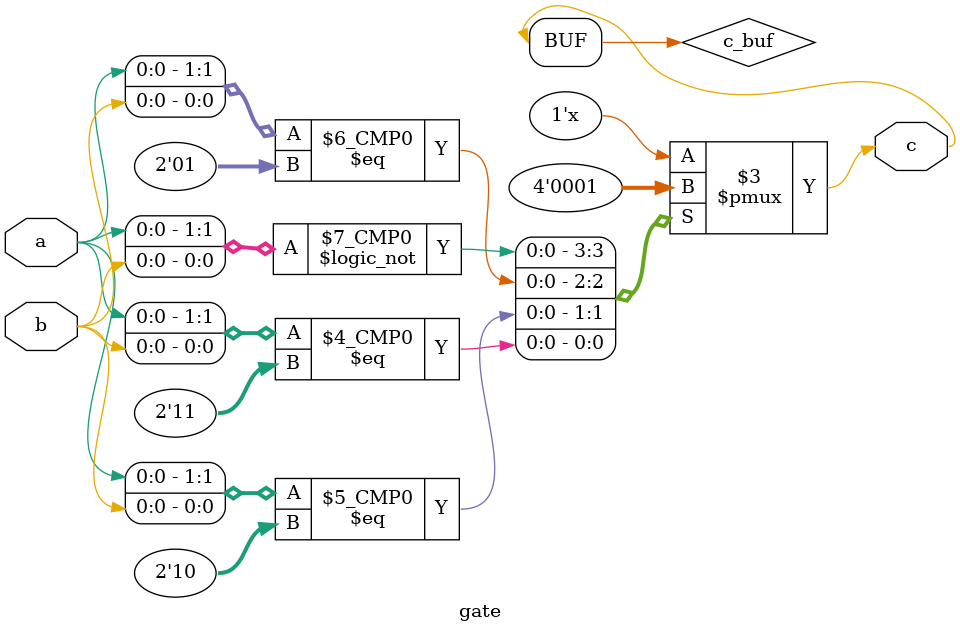
<source format=v>
`timescale 1ns / 1ps


//This part is called the module declaration. It states the name of the module and the module's inputs and outputs.
//It also specifies the datatype of each input/output. In this case, a, b, and c are wires (more on this later).
module gate(
    input a,
    input b,
    output c
    );  
    
    //--------------------------------------------------------------------------------------
    //Structural modeling - Describes each individual gate, its inputs and output
    //Syntax: [GATE] [name] ([output],[input1, input2,...]);
    //This AND gate is named g1 and takes in a, b as inputs and c as output.

    //and g1(c,a,b); //Comment/uncomment this line
    
    //--------------------------------------------------------------------------------------
    //Dataflow modeling - Expresses output as a function of inputs, uses bitwise operators
    //Equation is almost always preceded by "assign", as shown in example
    //e.g. to express d = (a AND b) OR c, you can do "assign d = (a & b) | c"
    //Note that bitwise operators are not the same as logical operators
    //The AND gate is now expressed as c = a AND b.

    //assign c = a & b; //Comment/uncoment this line
    
    //--------------------------------------------------------------------------------------
    //Behavioral modeling - Describes behavior of a system, most similar to "normal coding"
    //Uses case and if statements and can be synchronized to different signals/inputs
    //There's a lot of nuance here that you will learn later.
    //Comment/uncomment this block of code: (you can use the "//" icon at the top of this window to toggle comment blocks)
    
    reg c_buf=0;
    assign c = c_buf;       //This is a dataflow modeling statement; we'll explain why it's necessary later.
    always @(*)             //This is an always block. All the code in this block is executed indefinitely.
    begin                   //Keywords "begin" and "end" are Verilog's equivalent of C/C++'s curly braces. Verilog curly braces serve as the "concatenate" operator.
        case({a,b})         //Case statements act like switch statements in C - can toggle outputs based on inputs
        2'b00: c_buf=0;     //This line can be interpreted as: if ab = 00, then set c_buf = 0. Note that ab is considered one value because of the {a,b} concatenation operator.
        2'b01: c_buf=0;
        2'b10: c_buf=0;
        2'b11: c_buf=1;
        default: c_buf = 0;
        endcase
    end   
    
endmodule //This signifies the end of the module. You can declare multiple modules in the same file,
          //but we won't go into the details of how to do that in this course.

</source>
